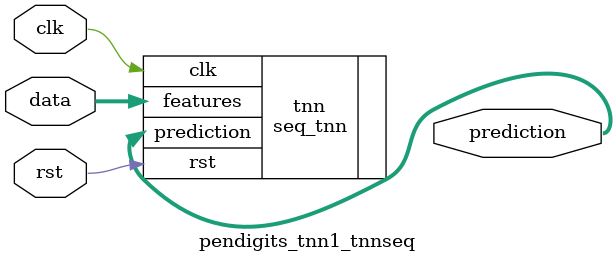
<source format=v>












module pendigits_tnn1_tnnseq #(

parameter FEAT_CNT = 16,
parameter HIDDEN_CNT = 40,
parameter FEAT_BITS = 4,
parameter CLASS_CNT = 10,
parameter TEST_CNT = 1000




  ) (
  input clk,
  input rst,
  input [FEAT_CNT*FEAT_BITS-1:0] data,
  output [$clog2(CLASS_CNT)-1:0] prediction
  );

  seq_tnn #(
      .FEAT_CNT(FEAT_CNT),.FEAT_BITS(FEAT_BITS),.HIDDEN_CNT(HIDDEN_CNT),.CLASS_CNT(CLASS_CNT),
  .SPARSE_VALS(640'b0001010101011010010110110110010010101010111000101010110010100010110111010000100100100000010110100011100101100100101010100001110001101000000001010000011001000111110000111011110001100000110001011000100000000000100000010010100000000000110010000001010101101100010000101000000101001010001000101001100011100000001100000000100000000101110000000110001001100001000010000000000110000100010000000101001100000101100000110100000010000010010100000010000000010001000011101100111001000110000101001110000000010010100111110001101000010101000000110100000100000011010010001010100011100000001101110011110000001100101101100001011001100000000000010000010001001011),
  .MASK(640'b1111111111111011111110111111111111111111111001101010111110111011111111111110111111111011011110111011111111110111111111111111110001111110111111111001111111001111110011111111111111111101111101111110110100000001100011111010101101011000111010010101010111111111110111111001110101101110101111111111111011100011011111000100101111101101110001100111111011100111101110000000001111100100010000010101001101101111110010111101010010001010010101110010010101110001111111111110111101001111000111001110001011111110111111110101101010011101010010110111110100100011010011101011110111110110111111111111111001011100101111101111011101111100110110011101011101011111),
  .NONZERO_CNT(640'h0b0d0a0808090b0c0c0e0d0c0d0e0c090d0b0c0a0d080d0d080e060d0a0d0c0b0a0a0b080f0d090c),
  .SPARSE_VALS2(208'b0111001101000010010001110110101010101100000001110111100101000001100011101000110111110011111010001010111010111000100010011010000011011010101010110100110011011100010101011001000111100100000000100010000010100101),  // Bits of not-zeroes
  .COL_INDICES(1664'h25201f1e191716151311100f0c070605040327252322201e1d1c1b1a191817151211100f0e0d0b080604241f1d1c1b191817150e0c0706040302002522201b191817161514131211100f0e0c0b0a080706050127231f1e1a1816110f0e0c0a0907020100272321201f1e1d1c1b1a1716151413110f0e0d0b0a0503021f1e1d1c171615130f0e0c0a090806050403020100271e1c191714130f0e0d0c0b0807060504030201002321201c1a17161312110f0e0c0a0908070605010027201d1b1817161312110e0c0b0a08070504030201), // Column of non-zeros
  .ROW_PTRS(88'hd0bea6957d6c543f2a1500) // Column of non-zeros // Start indices per row
      ) tnn (
    .clk(clk),
    .rst(rst),
    .features(data),
    .prediction(prediction)
  );

endmodule

</source>
